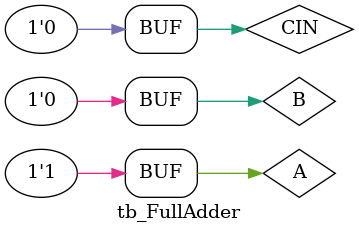
<source format=v>
`timescale 1ns / 1ps


module tb_FullAdder;

	// Inputs
	reg A;
	reg B;
	reg CIN;

	// Outputs
	wire SUM;
	wire CARRY;

	// Instantiate the Unit Under Test (UUT)
	FullAdder uut (
		.A(A), 
		.B(B), 
		.CIN(CIN), 
		.SUM(SUM), 
		.CARRY(CARRY)
	);

	initial begin
		// Initialize Inputs
		A = 0;
		B = 0;
		CIN = 0;

		// Wait 100 ns for global reset to finish
		#100;
      A = 1;
		B = 1;
		CIN = 1;
		#100;
		A= 1;
		B= 1;
		CIN = 0;
		#100;
		A = 1;
		B = 0;
		#100;
		// Add stimulus here

	end
      
endmodule


</source>
